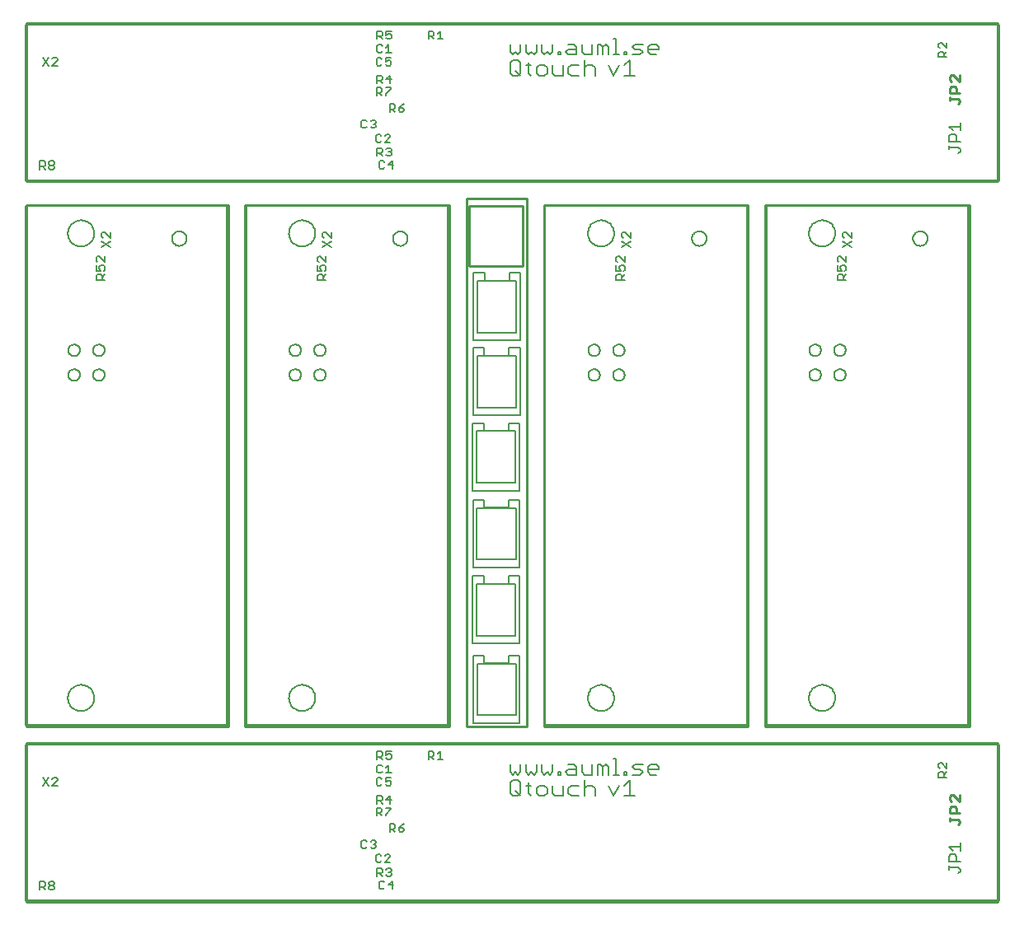
<source format=gto>
G75*
G70*
%OFA0B0*%
%FSLAX25Y25*%
%IPPOS*%
%LPD*%
%AMOC8*
5,1,8,0,0,1.08239X$1,22.5*
%
%ADD25C,0.01000*%
%ADD58C,0.00800*%
X0010000Y0012000D02*
G75*
%LPD*%
D58*
X0010000Y0012000D02*
X0403700Y0012000D01*
X0403700Y0074990D01*
X0010000Y0074990D01*
X0010000Y0012000D01*
D58*
X0205920Y0055380D02*
X0206990Y0054310D01*
X0209130Y0054310D01*
X0210200Y0055380D01*
X0210200Y0059650D01*
X0209130Y0060710D01*
X0206990Y0060710D01*
X0205920Y0059650D01*
X0205920Y0055380D01*
X0208060Y0056440D02*
X0210200Y0054310D01*
X0213440Y0055380D02*
X0214510Y0054310D01*
X0213440Y0055380D02*
X0213440Y0059650D01*
X0212370Y0058580D02*
X0214510Y0058580D01*
X0216670Y0057510D02*
X0217730Y0058580D01*
X0219870Y0058580D01*
X0220940Y0057510D01*
X0220940Y0055380D01*
X0219870Y0054310D01*
X0217730Y0054310D01*
X0216670Y0055380D01*
X0216670Y0057510D01*
X0223110Y0058580D02*
X0223110Y0055380D01*
X0224180Y0054310D01*
X0227380Y0054310D01*
X0227380Y0058580D01*
X0229560Y0057510D02*
X0230620Y0058580D01*
X0233830Y0058580D01*
X0236000Y0057510D02*
X0237070Y0058580D01*
X0239210Y0058580D01*
X0240270Y0057510D01*
X0240270Y0054310D01*
X0236000Y0054310D02*
X0236000Y0060710D01*
X0245730Y0058580D02*
X0247860Y0054310D01*
X0250000Y0058580D01*
X0252170Y0058580D02*
X0254310Y0060710D01*
X0254310Y0054310D01*
X0256440Y0054310D02*
X0252170Y0054310D01*
X0233830Y0054310D02*
X0230620Y0054310D01*
X0229560Y0055380D01*
X0229560Y0057510D01*
X0229550Y0062850D02*
X0228480Y0063920D01*
X0229550Y0064990D01*
X0232750Y0064990D01*
X0232750Y0066050D02*
X0232750Y0062850D01*
X0229550Y0062850D01*
X0226330Y0062850D02*
X0225260Y0062850D01*
X0225260Y0063920D01*
X0226330Y0063920D01*
X0226330Y0062850D01*
X0223090Y0063920D02*
X0223090Y0067120D01*
X0218820Y0067120D02*
X0218820Y0063920D01*
X0219880Y0062850D01*
X0220950Y0063920D01*
X0222020Y0062850D01*
X0223090Y0063920D01*
X0216640Y0063920D02*
X0216640Y0067120D01*
X0212370Y0067120D02*
X0212370Y0063920D01*
X0213440Y0062850D01*
X0214510Y0063920D01*
X0215570Y0062850D01*
X0216640Y0063920D01*
X0210200Y0063920D02*
X0209130Y0062850D01*
X0208060Y0063920D01*
X0206990Y0062850D01*
X0205920Y0063920D01*
X0205920Y0067120D01*
X0210200Y0067120D02*
X0210200Y0063920D01*
X0229550Y0067120D02*
X0231690Y0067120D01*
X0232750Y0066050D01*
X0234930Y0067120D02*
X0234930Y0063920D01*
X0236000Y0062850D01*
X0239200Y0062850D01*
X0239200Y0067120D01*
X0241370Y0067120D02*
X0242440Y0067120D01*
X0243510Y0066050D01*
X0244580Y0067120D01*
X0245640Y0066050D01*
X0245640Y0062850D01*
X0243510Y0062850D02*
X0243510Y0066050D01*
X0241370Y0067120D02*
X0241370Y0062850D01*
X0247820Y0062850D02*
X0249950Y0062850D01*
X0248890Y0062850D02*
X0248890Y0069260D01*
X0247820Y0069260D01*
X0255340Y0066050D02*
X0256410Y0067120D01*
X0259610Y0067120D01*
X0261780Y0066050D02*
X0262850Y0067120D01*
X0264990Y0067120D01*
X0266050Y0066050D01*
X0266050Y0064990D01*
X0261780Y0064990D01*
X0261780Y0066050D02*
X0261780Y0063920D01*
X0262850Y0062850D01*
X0264990Y0062850D01*
X0259610Y0063920D02*
X0258540Y0064990D01*
X0256410Y0064990D01*
X0255340Y0066050D01*
X0253180Y0063920D02*
X0253180Y0062850D01*
X0252120Y0062850D01*
X0252120Y0063920D01*
X0253180Y0063920D01*
X0255340Y0062850D02*
X0258540Y0062850D01*
X0259610Y0063920D01*
D58*
X0387920Y0035260D02*
X0387920Y0032250D01*
X0384920Y0032250D02*
X0383420Y0033750D01*
X0387920Y0033750D01*
X0385670Y0030650D02*
X0384170Y0030650D01*
X0383420Y0029900D01*
X0383420Y0027650D01*
X0387920Y0027650D01*
X0386420Y0027650D02*
X0386420Y0029900D01*
X0385670Y0030650D01*
X0383420Y0026050D02*
X0383420Y0024550D01*
X0383420Y0025300D02*
X0387170Y0025300D01*
X0387920Y0024550D01*
X0387920Y0023800D01*
X0387170Y0023050D01*
X0021810Y0019240D02*
X0021810Y0018660D01*
X0021230Y0018070D01*
X0020060Y0018070D01*
X0019480Y0018660D01*
X0019480Y0019240D01*
X0020060Y0019820D01*
X0021230Y0019820D01*
X0021810Y0019240D01*
X0018130Y0019240D02*
X0018130Y0018070D01*
X0017550Y0017490D01*
X0015800Y0017490D01*
X0016960Y0017490D02*
X0018130Y0016320D01*
X0019480Y0016910D02*
X0020060Y0016320D01*
X0021230Y0016320D01*
X0021810Y0016910D01*
X0021810Y0017490D01*
X0021230Y0018070D01*
X0020060Y0018070D02*
X0019480Y0017490D01*
X0019480Y0016910D01*
X0015800Y0016320D02*
X0015800Y0019820D01*
X0017550Y0019820D01*
X0018130Y0019240D01*
X0017050Y0058300D02*
X0019390Y0061800D01*
X0020740Y0061220D02*
X0021320Y0061800D01*
X0022490Y0061800D01*
X0023070Y0061220D01*
X0023070Y0060630D01*
X0020740Y0058300D01*
X0023070Y0058300D01*
X0019390Y0058300D02*
X0017050Y0061800D01*
D58*
X0151950Y0061110D02*
X0151950Y0058970D01*
X0152490Y0058440D01*
X0153560Y0058440D01*
X0154090Y0058970D01*
X0155640Y0058970D02*
X0156170Y0058440D01*
X0157240Y0058440D01*
X0157770Y0058970D01*
X0157770Y0060040D01*
X0157240Y0060580D01*
X0156700Y0060580D01*
X0155640Y0060040D01*
X0155640Y0061640D01*
X0157770Y0061640D01*
X0154090Y0061110D02*
X0153560Y0061640D01*
X0152490Y0061640D01*
X0151950Y0061110D01*
X0152680Y0063680D02*
X0153750Y0063680D01*
X0154290Y0064210D01*
X0155830Y0063680D02*
X0157970Y0063680D01*
X0156900Y0063680D02*
X0156900Y0066880D01*
X0155830Y0065810D01*
X0154290Y0066350D02*
X0153750Y0066880D01*
X0152680Y0066880D01*
X0152150Y0066350D01*
X0152150Y0064210D01*
X0152680Y0063680D01*
X0152150Y0069160D02*
X0152150Y0072370D01*
X0153750Y0072370D01*
X0154290Y0071830D01*
X0154290Y0070770D01*
X0153750Y0070230D01*
X0152150Y0070230D01*
X0153220Y0070230D02*
X0154290Y0069160D01*
X0155830Y0069700D02*
X0156370Y0069160D01*
X0157440Y0069160D01*
X0157970Y0069700D01*
X0157970Y0070770D01*
X0157440Y0071300D01*
X0156900Y0071300D01*
X0155830Y0070770D01*
X0155830Y0072370D01*
X0157970Y0072370D01*
X0172950Y0072370D02*
X0174550Y0072370D01*
X0175080Y0071840D01*
X0175080Y0070770D01*
X0174550Y0070240D01*
X0172950Y0070240D01*
X0174010Y0070240D02*
X0175080Y0069170D01*
X0176630Y0069170D02*
X0178760Y0069170D01*
X0177700Y0069170D02*
X0177700Y0072370D01*
X0176630Y0071310D01*
X0172950Y0072370D02*
X0172950Y0069170D01*
X0157470Y0054440D02*
X0155870Y0052840D01*
X0158010Y0052840D01*
X0154330Y0052840D02*
X0153790Y0052300D01*
X0152190Y0052300D01*
X0152190Y0051240D02*
X0152190Y0054440D01*
X0153790Y0054440D01*
X0154330Y0053900D01*
X0154330Y0052840D01*
X0153260Y0052300D02*
X0154330Y0051240D01*
X0157470Y0051240D02*
X0157470Y0054440D01*
X0157730Y0049540D02*
X0155600Y0049540D01*
X0154050Y0049010D02*
X0153520Y0049540D01*
X0151910Y0049540D01*
X0151910Y0046340D01*
X0151910Y0047410D02*
X0153520Y0047410D01*
X0154050Y0047940D01*
X0154050Y0049010D01*
X0155600Y0046870D02*
X0157730Y0049010D01*
X0157730Y0049540D01*
X0154050Y0046340D02*
X0152980Y0047410D01*
X0155600Y0046870D02*
X0155600Y0046340D01*
X0157250Y0042950D02*
X0158850Y0042950D01*
X0159380Y0042420D01*
X0159380Y0041350D01*
X0158850Y0040810D01*
X0157250Y0040810D01*
X0158310Y0040810D02*
X0159380Y0039750D01*
X0160930Y0040280D02*
X0161460Y0039750D01*
X0162530Y0039750D01*
X0163060Y0040280D01*
X0163060Y0040810D01*
X0162530Y0041350D01*
X0160930Y0041350D01*
X0160930Y0040280D01*
X0160930Y0041350D02*
X0162000Y0042420D01*
X0163060Y0042950D01*
X0157250Y0042950D02*
X0157250Y0039750D01*
X0151720Y0035850D02*
X0151180Y0036380D01*
X0150120Y0036380D01*
X0149580Y0035850D01*
X0150650Y0034780D02*
X0151180Y0034780D01*
X0151720Y0034250D01*
X0151720Y0033710D01*
X0151180Y0033180D01*
X0150120Y0033180D01*
X0149580Y0033710D01*
X0148030Y0033710D02*
X0147500Y0033180D01*
X0146430Y0033180D01*
X0145900Y0033710D01*
X0145900Y0035850D01*
X0146430Y0036380D01*
X0147500Y0036380D01*
X0148030Y0035850D01*
X0151180Y0034780D02*
X0151720Y0035320D01*
X0151720Y0035850D01*
X0152250Y0030670D02*
X0151720Y0030140D01*
X0151720Y0028010D01*
X0152250Y0027470D01*
X0153320Y0027470D01*
X0153850Y0028010D01*
X0155400Y0027470D02*
X0157540Y0029610D01*
X0157540Y0030140D01*
X0157000Y0030670D01*
X0155930Y0030670D01*
X0155400Y0030140D01*
X0153850Y0030140D02*
X0153320Y0030670D01*
X0152250Y0030670D01*
X0155400Y0027470D02*
X0157540Y0027470D01*
X0157400Y0025090D02*
X0157930Y0024560D01*
X0157930Y0024020D01*
X0157400Y0023490D01*
X0157930Y0022960D01*
X0157930Y0022420D01*
X0157400Y0021890D01*
X0156330Y0021890D01*
X0155790Y0022420D01*
X0156860Y0023490D02*
X0157400Y0023490D01*
X0156330Y0025090D02*
X0155790Y0024560D01*
X0156330Y0025090D02*
X0157400Y0025090D01*
X0154250Y0024560D02*
X0154250Y0023490D01*
X0153710Y0022960D01*
X0152110Y0022960D01*
X0153180Y0022960D02*
X0154250Y0021890D01*
X0152110Y0021890D02*
X0152110Y0025090D01*
X0153710Y0025090D01*
X0154250Y0024560D01*
X0154580Y0019880D02*
X0153510Y0019880D01*
X0152980Y0019350D01*
X0152980Y0017210D01*
X0153510Y0016680D01*
X0154580Y0016680D01*
X0155110Y0017210D01*
X0156660Y0018280D02*
X0158800Y0018280D01*
X0158260Y0019880D02*
X0156660Y0018280D01*
X0155110Y0019350D02*
X0154580Y0019880D01*
X0158260Y0019880D02*
X0158260Y0016680D01*
X0379200Y0061840D02*
X0379200Y0063440D01*
X0379730Y0063980D01*
X0380800Y0063980D01*
X0381330Y0063440D01*
X0381330Y0061840D01*
X0382400Y0061840D02*
X0379200Y0061840D01*
X0381330Y0062910D02*
X0382400Y0063980D01*
X0382400Y0065520D02*
X0380260Y0067660D01*
X0379730Y0067660D01*
X0379200Y0067130D01*
X0379200Y0066060D01*
X0379730Y0065520D01*
X0382400Y0065520D02*
X0382400Y0067660D01*
D25*
X0384460Y0054720D02*
X0383790Y0054060D01*
X0383790Y0052720D01*
X0384460Y0052050D01*
X0385130Y0054720D02*
X0387800Y0052050D01*
X0387800Y0054720D01*
X0385130Y0054720D02*
X0384460Y0054720D01*
X0384460Y0050120D02*
X0385800Y0050120D01*
X0386460Y0049450D01*
X0386460Y0047450D01*
X0387800Y0047450D02*
X0383790Y0047450D01*
X0383790Y0049450D01*
X0384460Y0050120D01*
X0383790Y0045520D02*
X0383790Y0044180D01*
X0383790Y0044850D02*
X0387130Y0044850D01*
X0387800Y0044180D01*
X0387800Y0043510D01*
X0387130Y0042850D01*
D25*
X0010500Y0011500D02*
X0010500Y0075600D01*
X0010500Y0075600D02*
X0403200Y0075600D01*
X0403200Y0011500D01*
X0403200Y0011500D02*
X0010500Y0011500D01*
X0010000Y0082970D02*
G75*
%LPD*%
D58*
X0091500Y0082970D02*
X0010000Y0082970D01*
X0010000Y0292970D01*
X0091500Y0292970D01*
X0091500Y0082970D01*
X0039700Y0222310D02*
X0039400Y0222330D01*
X0039100Y0222390D01*
X0038810Y0222480D01*
X0038540Y0222610D01*
X0038290Y0222780D01*
X0038060Y0222970D01*
X0037850Y0223200D01*
X0037680Y0223450D01*
X0037540Y0223710D01*
X0037440Y0224000D01*
X0037370Y0224290D01*
X0037340Y0224590D01*
X0037350Y0224900D01*
X0037400Y0225200D01*
X0037490Y0225490D01*
X0037610Y0225760D01*
X0037760Y0226020D01*
X0037950Y0226260D01*
X0038170Y0226470D01*
X0038410Y0226650D01*
X0038680Y0226800D01*
X0038960Y0226910D01*
X0039250Y0226990D01*
X0039550Y0227030D01*
X0039850Y0227030D01*
X0040150Y0226990D01*
X0040440Y0226910D01*
X0040720Y0226800D01*
X0040990Y0226650D01*
X0041230Y0226470D01*
X0041450Y0226260D01*
X0041640Y0226020D01*
X0041790Y0225760D01*
X0041910Y0225490D01*
X0042000Y0225200D01*
X0042050Y0224900D01*
X0042060Y0224590D01*
X0042030Y0224290D01*
X0041960Y0224000D01*
X0041860Y0223710D01*
X0041720Y0223450D01*
X0041550Y0223200D01*
X0041340Y0222970D01*
X0041110Y0222780D01*
X0040860Y0222610D01*
X0040590Y0222480D01*
X0040300Y0222390D01*
X0040000Y0222330D01*
X0039700Y0222310D01*
X0039700Y0232310D02*
X0039400Y0232330D01*
X0039100Y0232390D01*
X0038810Y0232480D01*
X0038540Y0232610D01*
X0038290Y0232780D01*
X0038060Y0232970D01*
X0037850Y0233200D01*
X0037680Y0233450D01*
X0037540Y0233710D01*
X0037440Y0234000D01*
X0037370Y0234290D01*
X0037340Y0234590D01*
X0037350Y0234900D01*
X0037400Y0235200D01*
X0037490Y0235490D01*
X0037610Y0235760D01*
X0037760Y0236020D01*
X0037950Y0236260D01*
X0038170Y0236470D01*
X0038410Y0236650D01*
X0038680Y0236800D01*
X0038960Y0236910D01*
X0039250Y0236990D01*
X0039550Y0237030D01*
X0039850Y0237030D01*
X0040150Y0236990D01*
X0040440Y0236910D01*
X0040720Y0236800D01*
X0040990Y0236650D01*
X0041230Y0236470D01*
X0041450Y0236260D01*
X0041640Y0236020D01*
X0041790Y0235760D01*
X0041910Y0235490D01*
X0042000Y0235200D01*
X0042050Y0234900D01*
X0042060Y0234590D01*
X0042030Y0234290D01*
X0041960Y0234000D01*
X0041860Y0233710D01*
X0041720Y0233450D01*
X0041550Y0233200D01*
X0041340Y0232970D01*
X0041110Y0232780D01*
X0040860Y0232610D01*
X0040590Y0232480D01*
X0040300Y0232390D01*
X0040000Y0232330D01*
X0039700Y0232310D01*
X0029700Y0232310D02*
X0029400Y0232330D01*
X0029100Y0232390D01*
X0028810Y0232480D01*
X0028540Y0232610D01*
X0028290Y0232780D01*
X0028060Y0232970D01*
X0027850Y0233200D01*
X0027680Y0233450D01*
X0027540Y0233710D01*
X0027440Y0234000D01*
X0027370Y0234290D01*
X0027340Y0234590D01*
X0027350Y0234900D01*
X0027400Y0235200D01*
X0027490Y0235490D01*
X0027610Y0235760D01*
X0027760Y0236020D01*
X0027950Y0236260D01*
X0028170Y0236470D01*
X0028410Y0236650D01*
X0028680Y0236800D01*
X0028960Y0236910D01*
X0029250Y0236990D01*
X0029550Y0237030D01*
X0029850Y0237030D01*
X0030150Y0236990D01*
X0030440Y0236910D01*
X0030720Y0236800D01*
X0030990Y0236650D01*
X0031230Y0236470D01*
X0031450Y0236260D01*
X0031640Y0236020D01*
X0031790Y0235760D01*
X0031910Y0235490D01*
X0032000Y0235200D01*
X0032050Y0234900D01*
X0032060Y0234590D01*
X0032030Y0234290D01*
X0031960Y0234000D01*
X0031860Y0233710D01*
X0031720Y0233450D01*
X0031550Y0233200D01*
X0031340Y0232970D01*
X0031110Y0232780D01*
X0030860Y0232610D01*
X0030590Y0232480D01*
X0030300Y0232390D01*
X0030000Y0232330D01*
X0029700Y0232310D01*
X0029700Y0222310D02*
X0029400Y0222330D01*
X0029100Y0222390D01*
X0028810Y0222480D01*
X0028540Y0222610D01*
X0028290Y0222780D01*
X0028060Y0222970D01*
X0027850Y0223200D01*
X0027680Y0223450D01*
X0027540Y0223710D01*
X0027440Y0224000D01*
X0027370Y0224290D01*
X0027340Y0224590D01*
X0027350Y0224900D01*
X0027400Y0225200D01*
X0027490Y0225490D01*
X0027610Y0225760D01*
X0027760Y0226020D01*
X0027950Y0226260D01*
X0028170Y0226470D01*
X0028410Y0226650D01*
X0028680Y0226800D01*
X0028960Y0226910D01*
X0029250Y0226990D01*
X0029550Y0227030D01*
X0029850Y0227030D01*
X0030150Y0226990D01*
X0030440Y0226910D01*
X0030720Y0226800D01*
X0030990Y0226650D01*
X0031230Y0226470D01*
X0031450Y0226260D01*
X0031640Y0226020D01*
X0031790Y0225760D01*
X0031910Y0225490D01*
X0032000Y0225200D01*
X0032050Y0224900D01*
X0032060Y0224590D01*
X0032030Y0224290D01*
X0031960Y0224000D01*
X0031860Y0223710D01*
X0031720Y0223450D01*
X0031550Y0223200D01*
X0031340Y0222970D01*
X0031110Y0222780D01*
X0030860Y0222610D01*
X0030590Y0222480D01*
X0030300Y0222390D01*
X0030000Y0222330D01*
X0029700Y0222310D01*
X0032500Y0276660D02*
X0032040Y0276680D01*
X0031590Y0276740D01*
X0031140Y0276840D01*
X0030710Y0276970D01*
X0030280Y0277140D01*
X0029880Y0277350D01*
X0029490Y0277590D01*
X0029130Y0277870D01*
X0028790Y0278180D01*
X0028470Y0278510D01*
X0028190Y0278870D01*
X0027940Y0279250D01*
X0027720Y0279650D01*
X0027540Y0280070D01*
X0027400Y0280500D01*
X0027290Y0280950D01*
X0027220Y0281400D01*
X0027190Y0281860D01*
X0027200Y0282310D01*
X0027250Y0282770D01*
X0027340Y0283220D01*
X0027460Y0283650D01*
X0027630Y0284080D01*
X0027830Y0284490D01*
X0028060Y0284880D01*
X0028330Y0285260D01*
X0028630Y0285600D01*
X0028950Y0285920D01*
X0029310Y0286210D01*
X0029680Y0286470D01*
X0030080Y0286700D01*
X0030490Y0286890D01*
X0030920Y0287040D01*
X0031370Y0287160D01*
X0031820Y0287240D01*
X0032270Y0287280D01*
X0032730Y0287280D01*
X0033180Y0287240D01*
X0033630Y0287160D01*
X0034080Y0287040D01*
X0034510Y0286890D01*
X0034920Y0286700D01*
X0035320Y0286470D01*
X0035690Y0286210D01*
X0036050Y0285920D01*
X0036370Y0285600D01*
X0036670Y0285260D01*
X0036940Y0284880D01*
X0037170Y0284490D01*
X0037370Y0284080D01*
X0037540Y0283650D01*
X0037660Y0283220D01*
X0037750Y0282770D01*
X0037800Y0282310D01*
X0037810Y0281860D01*
X0037780Y0281400D01*
X0037710Y0280950D01*
X0037600Y0280500D01*
X0037460Y0280070D01*
X0037280Y0279650D01*
X0037060Y0279250D01*
X0036810Y0278870D01*
X0036530Y0278510D01*
X0036210Y0278180D01*
X0035870Y0277870D01*
X0035510Y0277590D01*
X0035120Y0277350D01*
X0034720Y0277140D01*
X0034290Y0276970D01*
X0033860Y0276840D01*
X0033410Y0276740D01*
X0032960Y0276680D01*
X0032500Y0276660D01*
X0072200Y0276910D02*
X0071860Y0276930D01*
X0071520Y0276990D01*
X0071190Y0277090D01*
X0070880Y0277220D01*
X0070580Y0277400D01*
X0070300Y0277600D01*
X0070050Y0277840D01*
X0069830Y0278100D01*
X0069650Y0278380D01*
X0069490Y0278690D01*
X0069370Y0279010D01*
X0069290Y0279350D01*
X0069250Y0279690D01*
X0069250Y0280030D01*
X0069290Y0280370D01*
X0069370Y0280710D01*
X0069490Y0281030D01*
X0069650Y0281330D01*
X0069830Y0281620D01*
X0070050Y0281880D01*
X0070300Y0282120D01*
X0070580Y0282320D01*
X0070880Y0282500D01*
X0071190Y0282630D01*
X0071520Y0282730D01*
X0071860Y0282790D01*
X0072200Y0282810D01*
X0072540Y0282790D01*
X0072880Y0282730D01*
X0073210Y0282630D01*
X0073520Y0282500D01*
X0073820Y0282320D01*
X0074100Y0282120D01*
X0074350Y0281880D01*
X0074570Y0281620D01*
X0074750Y0281340D01*
X0074910Y0281030D01*
X0075030Y0280710D01*
X0075110Y0280370D01*
X0075150Y0280030D01*
X0075150Y0279690D01*
X0075110Y0279350D01*
X0075030Y0279010D01*
X0074910Y0278690D01*
X0074750Y0278380D01*
X0074570Y0278100D01*
X0074350Y0277840D01*
X0074100Y0277600D01*
X0073820Y0277400D01*
X0073520Y0277220D01*
X0073210Y0277090D01*
X0072880Y0276990D01*
X0072540Y0276930D01*
X0072200Y0276910D01*
X0032500Y0088660D02*
X0032040Y0088680D01*
X0031590Y0088740D01*
X0031140Y0088840D01*
X0030710Y0088970D01*
X0030280Y0089140D01*
X0029880Y0089350D01*
X0029490Y0089590D01*
X0029130Y0089870D01*
X0028790Y0090180D01*
X0028470Y0090510D01*
X0028190Y0090870D01*
X0027940Y0091250D01*
X0027720Y0091650D01*
X0027540Y0092070D01*
X0027400Y0092500D01*
X0027290Y0092950D01*
X0027220Y0093400D01*
X0027190Y0093860D01*
X0027200Y0094310D01*
X0027250Y0094770D01*
X0027340Y0095220D01*
X0027460Y0095650D01*
X0027630Y0096080D01*
X0027830Y0096490D01*
X0028060Y0096880D01*
X0028330Y0097260D01*
X0028630Y0097600D01*
X0028950Y0097920D01*
X0029310Y0098210D01*
X0029680Y0098470D01*
X0030080Y0098700D01*
X0030490Y0098890D01*
X0030920Y0099040D01*
X0031370Y0099160D01*
X0031820Y0099240D01*
X0032270Y0099280D01*
X0032730Y0099280D01*
X0033180Y0099240D01*
X0033630Y0099160D01*
X0034080Y0099040D01*
X0034510Y0098890D01*
X0034920Y0098700D01*
X0035320Y0098470D01*
X0035690Y0098210D01*
X0036050Y0097920D01*
X0036370Y0097600D01*
X0036670Y0097260D01*
X0036940Y0096880D01*
X0037170Y0096490D01*
X0037370Y0096080D01*
X0037540Y0095650D01*
X0037660Y0095220D01*
X0037750Y0094770D01*
X0037800Y0094310D01*
X0037810Y0093860D01*
X0037780Y0093400D01*
X0037710Y0092950D01*
X0037600Y0092500D01*
X0037460Y0092070D01*
X0037280Y0091650D01*
X0037060Y0091250D01*
X0036810Y0090870D01*
X0036530Y0090510D01*
X0036210Y0090180D01*
X0035870Y0089870D01*
X0035510Y0089590D01*
X0035120Y0089350D01*
X0034720Y0089140D01*
X0034290Y0088970D01*
X0033860Y0088840D01*
X0033410Y0088740D01*
X0032960Y0088680D01*
X0032500Y0088660D01*
D58*
X0038650Y0262920D02*
X0042150Y0262920D01*
X0040990Y0262920D02*
X0040990Y0264670D01*
X0040400Y0265260D01*
X0039230Y0265260D01*
X0038650Y0264670D01*
X0038650Y0262920D01*
X0038650Y0266610D02*
X0040400Y0266610D01*
X0039820Y0267770D01*
X0039820Y0268360D01*
X0040400Y0268940D01*
X0041570Y0268940D01*
X0042150Y0268360D01*
X0042150Y0267190D01*
X0041570Y0266610D01*
X0042150Y0265260D02*
X0040990Y0264090D01*
X0042150Y0270290D02*
X0039820Y0272620D01*
X0039230Y0272620D01*
X0038650Y0272040D01*
X0038650Y0270870D01*
X0039230Y0270290D01*
X0038650Y0268940D02*
X0038650Y0266610D01*
X0040850Y0276520D02*
X0044350Y0278860D01*
X0044350Y0280210D02*
X0042020Y0282540D01*
X0041430Y0282540D01*
X0040850Y0281960D01*
X0040850Y0280790D01*
X0041430Y0280210D01*
X0040850Y0278860D02*
X0044350Y0276520D01*
X0044350Y0280210D02*
X0044350Y0282540D01*
X0042150Y0272620D02*
X0042150Y0270290D01*
D25*
X0010500Y0082470D02*
X0010500Y0293470D01*
X0010500Y0293470D02*
X0092000Y0293470D01*
X0092000Y0082470D01*
X0010500Y0082470D01*
X0099370Y0082970D02*
G75*
%LPD*%
D58*
X0180870Y0082970D02*
X0099370Y0082970D01*
X0099370Y0292970D01*
X0180870Y0292970D01*
X0180870Y0082970D01*
X0129070Y0222310D02*
X0128770Y0222330D01*
X0128470Y0222390D01*
X0128180Y0222480D01*
X0127910Y0222610D01*
X0127660Y0222780D01*
X0127430Y0222970D01*
X0127220Y0223200D01*
X0127050Y0223450D01*
X0126910Y0223710D01*
X0126810Y0224000D01*
X0126740Y0224290D01*
X0126710Y0224590D01*
X0126720Y0224900D01*
X0126770Y0225200D01*
X0126860Y0225490D01*
X0126980Y0225760D01*
X0127130Y0226020D01*
X0127320Y0226260D01*
X0127540Y0226470D01*
X0127780Y0226650D01*
X0128050Y0226800D01*
X0128330Y0226910D01*
X0128620Y0226990D01*
X0128920Y0227030D01*
X0129220Y0227030D01*
X0129520Y0226990D01*
X0129810Y0226910D01*
X0130090Y0226800D01*
X0130360Y0226650D01*
X0130600Y0226470D01*
X0130820Y0226260D01*
X0131010Y0226020D01*
X0131160Y0225760D01*
X0131280Y0225490D01*
X0131370Y0225200D01*
X0131420Y0224900D01*
X0131430Y0224590D01*
X0131400Y0224290D01*
X0131330Y0224000D01*
X0131230Y0223710D01*
X0131090Y0223450D01*
X0130920Y0223200D01*
X0130710Y0222970D01*
X0130480Y0222780D01*
X0130230Y0222610D01*
X0129960Y0222480D01*
X0129670Y0222390D01*
X0129370Y0222330D01*
X0129070Y0222310D01*
X0129070Y0232310D02*
X0128770Y0232330D01*
X0128470Y0232390D01*
X0128180Y0232480D01*
X0127910Y0232610D01*
X0127660Y0232780D01*
X0127430Y0232970D01*
X0127220Y0233200D01*
X0127050Y0233450D01*
X0126910Y0233710D01*
X0126810Y0234000D01*
X0126740Y0234290D01*
X0126710Y0234590D01*
X0126720Y0234900D01*
X0126770Y0235200D01*
X0126860Y0235490D01*
X0126980Y0235760D01*
X0127130Y0236020D01*
X0127320Y0236260D01*
X0127540Y0236470D01*
X0127780Y0236650D01*
X0128050Y0236800D01*
X0128330Y0236910D01*
X0128620Y0236990D01*
X0128920Y0237030D01*
X0129220Y0237030D01*
X0129520Y0236990D01*
X0129810Y0236910D01*
X0130090Y0236800D01*
X0130360Y0236650D01*
X0130600Y0236470D01*
X0130820Y0236260D01*
X0131010Y0236020D01*
X0131160Y0235760D01*
X0131280Y0235490D01*
X0131370Y0235200D01*
X0131420Y0234900D01*
X0131430Y0234590D01*
X0131400Y0234290D01*
X0131330Y0234000D01*
X0131230Y0233710D01*
X0131090Y0233450D01*
X0130920Y0233200D01*
X0130710Y0232970D01*
X0130480Y0232780D01*
X0130230Y0232610D01*
X0129960Y0232480D01*
X0129670Y0232390D01*
X0129370Y0232330D01*
X0129070Y0232310D01*
X0119070Y0232310D02*
X0118770Y0232330D01*
X0118470Y0232390D01*
X0118180Y0232480D01*
X0117910Y0232610D01*
X0117660Y0232780D01*
X0117430Y0232970D01*
X0117220Y0233200D01*
X0117050Y0233450D01*
X0116910Y0233710D01*
X0116810Y0234000D01*
X0116740Y0234290D01*
X0116710Y0234590D01*
X0116720Y0234900D01*
X0116770Y0235200D01*
X0116860Y0235490D01*
X0116980Y0235760D01*
X0117130Y0236020D01*
X0117320Y0236260D01*
X0117540Y0236470D01*
X0117780Y0236650D01*
X0118050Y0236800D01*
X0118330Y0236910D01*
X0118620Y0236990D01*
X0118920Y0237030D01*
X0119220Y0237030D01*
X0119520Y0236990D01*
X0119810Y0236910D01*
X0120090Y0236800D01*
X0120360Y0236650D01*
X0120600Y0236470D01*
X0120820Y0236260D01*
X0121010Y0236020D01*
X0121160Y0235760D01*
X0121280Y0235490D01*
X0121370Y0235200D01*
X0121420Y0234900D01*
X0121430Y0234590D01*
X0121400Y0234290D01*
X0121330Y0234000D01*
X0121230Y0233710D01*
X0121090Y0233450D01*
X0120920Y0233200D01*
X0120710Y0232970D01*
X0120480Y0232780D01*
X0120230Y0232610D01*
X0119960Y0232480D01*
X0119670Y0232390D01*
X0119370Y0232330D01*
X0119070Y0232310D01*
X0119070Y0222310D02*
X0118770Y0222330D01*
X0118470Y0222390D01*
X0118180Y0222480D01*
X0117910Y0222610D01*
X0117660Y0222780D01*
X0117430Y0222970D01*
X0117220Y0223200D01*
X0117050Y0223450D01*
X0116910Y0223710D01*
X0116810Y0224000D01*
X0116740Y0224290D01*
X0116710Y0224590D01*
X0116720Y0224900D01*
X0116770Y0225200D01*
X0116860Y0225490D01*
X0116980Y0225760D01*
X0117130Y0226020D01*
X0117320Y0226260D01*
X0117540Y0226470D01*
X0117780Y0226650D01*
X0118050Y0226800D01*
X0118330Y0226910D01*
X0118620Y0226990D01*
X0118920Y0227030D01*
X0119220Y0227030D01*
X0119520Y0226990D01*
X0119810Y0226910D01*
X0120090Y0226800D01*
X0120360Y0226650D01*
X0120600Y0226470D01*
X0120820Y0226260D01*
X0121010Y0226020D01*
X0121160Y0225760D01*
X0121280Y0225490D01*
X0121370Y0225200D01*
X0121420Y0224900D01*
X0121430Y0224590D01*
X0121400Y0224290D01*
X0121330Y0224000D01*
X0121230Y0223710D01*
X0121090Y0223450D01*
X0120920Y0223200D01*
X0120710Y0222970D01*
X0120480Y0222780D01*
X0120230Y0222610D01*
X0119960Y0222480D01*
X0119670Y0222390D01*
X0119370Y0222330D01*
X0119070Y0222310D01*
X0121870Y0276660D02*
X0121410Y0276680D01*
X0120960Y0276740D01*
X0120510Y0276840D01*
X0120080Y0276970D01*
X0119650Y0277140D01*
X0119250Y0277350D01*
X0118860Y0277590D01*
X0118500Y0277870D01*
X0118160Y0278180D01*
X0117840Y0278510D01*
X0117560Y0278870D01*
X0117310Y0279250D01*
X0117090Y0279650D01*
X0116910Y0280070D01*
X0116770Y0280500D01*
X0116660Y0280950D01*
X0116590Y0281400D01*
X0116560Y0281860D01*
X0116570Y0282310D01*
X0116620Y0282770D01*
X0116710Y0283220D01*
X0116830Y0283650D01*
X0117000Y0284080D01*
X0117200Y0284490D01*
X0117430Y0284880D01*
X0117700Y0285260D01*
X0118000Y0285600D01*
X0118320Y0285920D01*
X0118680Y0286210D01*
X0119050Y0286470D01*
X0119450Y0286700D01*
X0119860Y0286890D01*
X0120290Y0287040D01*
X0120740Y0287160D01*
X0121190Y0287240D01*
X0121640Y0287280D01*
X0122100Y0287280D01*
X0122550Y0287240D01*
X0123000Y0287160D01*
X0123450Y0287040D01*
X0123880Y0286890D01*
X0124290Y0286700D01*
X0124690Y0286470D01*
X0125060Y0286210D01*
X0125420Y0285920D01*
X0125740Y0285600D01*
X0126040Y0285260D01*
X0126310Y0284880D01*
X0126540Y0284490D01*
X0126740Y0284080D01*
X0126910Y0283650D01*
X0127030Y0283220D01*
X0127120Y0282770D01*
X0127170Y0282310D01*
X0127180Y0281860D01*
X0127150Y0281400D01*
X0127080Y0280950D01*
X0126970Y0280500D01*
X0126830Y0280070D01*
X0126650Y0279650D01*
X0126430Y0279250D01*
X0126180Y0278870D01*
X0125900Y0278510D01*
X0125580Y0278180D01*
X0125240Y0277870D01*
X0124880Y0277590D01*
X0124490Y0277350D01*
X0124090Y0277140D01*
X0123660Y0276970D01*
X0123230Y0276840D01*
X0122780Y0276740D01*
X0122330Y0276680D01*
X0121870Y0276660D01*
X0161570Y0276910D02*
X0161230Y0276930D01*
X0160890Y0276990D01*
X0160560Y0277090D01*
X0160250Y0277220D01*
X0159950Y0277400D01*
X0159670Y0277600D01*
X0159420Y0277840D01*
X0159200Y0278100D01*
X0159020Y0278380D01*
X0158860Y0278690D01*
X0158740Y0279010D01*
X0158660Y0279350D01*
X0158620Y0279690D01*
X0158620Y0280030D01*
X0158660Y0280370D01*
X0158740Y0280710D01*
X0158860Y0281030D01*
X0159020Y0281330D01*
X0159200Y0281620D01*
X0159420Y0281880D01*
X0159670Y0282120D01*
X0159950Y0282320D01*
X0160250Y0282500D01*
X0160560Y0282630D01*
X0160890Y0282730D01*
X0161230Y0282790D01*
X0161570Y0282810D01*
X0161910Y0282790D01*
X0162250Y0282730D01*
X0162580Y0282630D01*
X0162890Y0282500D01*
X0163190Y0282320D01*
X0163470Y0282120D01*
X0163720Y0281880D01*
X0163940Y0281620D01*
X0164120Y0281340D01*
X0164280Y0281030D01*
X0164400Y0280710D01*
X0164480Y0280370D01*
X0164520Y0280030D01*
X0164520Y0279690D01*
X0164480Y0279350D01*
X0164400Y0279010D01*
X0164280Y0278690D01*
X0164120Y0278380D01*
X0163940Y0278100D01*
X0163720Y0277840D01*
X0163470Y0277600D01*
X0163190Y0277400D01*
X0162890Y0277220D01*
X0162580Y0277090D01*
X0162250Y0276990D01*
X0161910Y0276930D01*
X0161570Y0276910D01*
X0121870Y0088660D02*
X0121410Y0088680D01*
X0120960Y0088740D01*
X0120510Y0088840D01*
X0120080Y0088970D01*
X0119650Y0089140D01*
X0119250Y0089350D01*
X0118860Y0089590D01*
X0118500Y0089870D01*
X0118160Y0090180D01*
X0117840Y0090510D01*
X0117560Y0090870D01*
X0117310Y0091250D01*
X0117090Y0091650D01*
X0116910Y0092070D01*
X0116770Y0092500D01*
X0116660Y0092950D01*
X0116590Y0093400D01*
X0116560Y0093860D01*
X0116570Y0094310D01*
X0116620Y0094770D01*
X0116710Y0095220D01*
X0116830Y0095650D01*
X0117000Y0096080D01*
X0117200Y0096490D01*
X0117430Y0096880D01*
X0117700Y0097260D01*
X0118000Y0097600D01*
X0118320Y0097920D01*
X0118680Y0098210D01*
X0119050Y0098470D01*
X0119450Y0098700D01*
X0119860Y0098890D01*
X0120290Y0099040D01*
X0120740Y0099160D01*
X0121190Y0099240D01*
X0121640Y0099280D01*
X0122100Y0099280D01*
X0122550Y0099240D01*
X0123000Y0099160D01*
X0123450Y0099040D01*
X0123880Y0098890D01*
X0124290Y0098700D01*
X0124690Y0098470D01*
X0125060Y0098210D01*
X0125420Y0097920D01*
X0125740Y0097600D01*
X0126040Y0097260D01*
X0126310Y0096880D01*
X0126540Y0096490D01*
X0126740Y0096080D01*
X0126910Y0095650D01*
X0127030Y0095220D01*
X0127120Y0094770D01*
X0127170Y0094310D01*
X0127180Y0093860D01*
X0127150Y0093400D01*
X0127080Y0092950D01*
X0126970Y0092500D01*
X0126830Y0092070D01*
X0126650Y0091650D01*
X0126430Y0091250D01*
X0126180Y0090870D01*
X0125900Y0090510D01*
X0125580Y0090180D01*
X0125240Y0089870D01*
X0124880Y0089590D01*
X0124490Y0089350D01*
X0124090Y0089140D01*
X0123660Y0088970D01*
X0123230Y0088840D01*
X0122780Y0088740D01*
X0122330Y0088680D01*
X0121870Y0088660D01*
D58*
X0128020Y0262920D02*
X0131520Y0262920D01*
X0130360Y0262920D02*
X0130360Y0264670D01*
X0129770Y0265260D01*
X0128600Y0265260D01*
X0128020Y0264670D01*
X0128020Y0262920D01*
X0128020Y0266610D02*
X0129770Y0266610D01*
X0129190Y0267770D01*
X0129190Y0268360D01*
X0129770Y0268940D01*
X0130940Y0268940D01*
X0131520Y0268360D01*
X0131520Y0267190D01*
X0130940Y0266610D01*
X0131520Y0265260D02*
X0130360Y0264090D01*
X0131520Y0270290D02*
X0129190Y0272620D01*
X0128600Y0272620D01*
X0128020Y0272040D01*
X0128020Y0270870D01*
X0128600Y0270290D01*
X0128020Y0268940D02*
X0128020Y0266610D01*
X0130220Y0276520D02*
X0133720Y0278860D01*
X0133720Y0280210D02*
X0131390Y0282540D01*
X0130800Y0282540D01*
X0130220Y0281960D01*
X0130220Y0280790D01*
X0130800Y0280210D01*
X0130220Y0278860D02*
X0133720Y0276520D01*
X0133720Y0280210D02*
X0133720Y0282540D01*
X0131520Y0272620D02*
X0131520Y0270290D01*
D25*
X0098870Y0082470D02*
X0098870Y0293470D01*
X0181370Y0293470D01*
X0181370Y0082470D01*
X0098870Y0082470D01*
X0188740Y0082970D02*
G75*
%LPD*%
D58*
X0191000Y0083820D02*
X0191000Y0111060D01*
X0195450Y0111060D01*
X0195450Y0107940D01*
X0195530Y0107940D02*
X0205450Y0107940D01*
X0205450Y0111060D01*
X0209900Y0111060D01*
X0209900Y0083820D01*
X0191000Y0083820D01*
X0192570Y0086970D02*
X0192570Y0107910D01*
X0208320Y0107910D01*
X0208320Y0086970D01*
X0192570Y0086970D01*
X0190900Y0116100D02*
X0190900Y0143350D01*
X0195350Y0143350D01*
X0195350Y0140220D01*
X0195430Y0140220D02*
X0205350Y0140220D01*
X0205350Y0143350D01*
X0209800Y0143350D01*
X0209800Y0116100D01*
X0190900Y0116100D01*
X0192470Y0119250D02*
X0192470Y0140200D01*
X0208220Y0140200D01*
X0208220Y0119250D01*
X0192470Y0119250D01*
X0190970Y0146810D02*
X0190970Y0174050D01*
X0195420Y0174050D01*
X0195420Y0170930D01*
X0195500Y0170930D02*
X0205420Y0170930D01*
X0205420Y0174050D01*
X0209870Y0174050D01*
X0209870Y0146810D01*
X0190970Y0146810D01*
X0192550Y0149960D02*
X0192550Y0170910D01*
X0208290Y0170910D01*
X0208290Y0149960D01*
X0192550Y0149960D01*
X0190870Y0177910D02*
X0190870Y0205160D01*
X0195320Y0205160D01*
X0195320Y0202040D01*
X0195400Y0202040D02*
X0205320Y0202040D01*
X0205320Y0205160D01*
X0209770Y0205160D01*
X0209770Y0177910D01*
X0190870Y0177910D01*
X0192450Y0181060D02*
X0192450Y0202010D01*
X0208190Y0202010D01*
X0208190Y0181060D01*
X0192450Y0181060D01*
X0191040Y0208400D02*
X0191040Y0235650D01*
X0195490Y0235650D01*
X0195490Y0232520D01*
X0195560Y0232520D02*
X0205490Y0232520D01*
X0205490Y0235650D01*
X0209940Y0235650D01*
X0209940Y0208400D01*
X0191040Y0208400D01*
X0192610Y0211550D02*
X0192610Y0232500D01*
X0208360Y0232500D01*
X0208360Y0211550D01*
X0192610Y0211550D01*
X0191130Y0238680D02*
X0191130Y0265930D01*
X0195580Y0265930D01*
X0195580Y0262810D01*
X0195660Y0262810D02*
X0205580Y0262810D01*
X0205580Y0265930D01*
X0210030Y0265930D01*
X0210030Y0238680D01*
X0191130Y0238680D01*
X0192700Y0241830D02*
X0192700Y0262780D01*
X0208450Y0262780D01*
X0208450Y0241830D01*
X0192700Y0241830D01*
D25*
X0189330Y0268790D02*
X0189330Y0293200D01*
X0211220Y0293200D01*
X0211220Y0268790D01*
X0189330Y0268790D01*
D25*
X0188240Y0082470D02*
X0188240Y0296070D01*
X0212860Y0296070D01*
X0212860Y0082470D01*
X0188240Y0082470D01*
X0220230Y0082970D02*
G75*
%LPD*%
D58*
X0301730Y0082970D02*
X0220230Y0082970D01*
X0220230Y0292970D01*
X0301730Y0292970D01*
X0301730Y0082970D01*
X0249930Y0222310D02*
X0249630Y0222330D01*
X0249330Y0222390D01*
X0249040Y0222480D01*
X0248770Y0222610D01*
X0248520Y0222780D01*
X0248290Y0222970D01*
X0248080Y0223200D01*
X0247910Y0223450D01*
X0247770Y0223710D01*
X0247670Y0224000D01*
X0247600Y0224290D01*
X0247570Y0224590D01*
X0247580Y0224900D01*
X0247630Y0225200D01*
X0247720Y0225490D01*
X0247840Y0225760D01*
X0247990Y0226020D01*
X0248180Y0226260D01*
X0248400Y0226470D01*
X0248640Y0226650D01*
X0248910Y0226800D01*
X0249190Y0226910D01*
X0249480Y0226990D01*
X0249780Y0227030D01*
X0250080Y0227030D01*
X0250380Y0226990D01*
X0250670Y0226910D01*
X0250950Y0226800D01*
X0251220Y0226650D01*
X0251460Y0226470D01*
X0251680Y0226260D01*
X0251870Y0226020D01*
X0252020Y0225760D01*
X0252140Y0225490D01*
X0252230Y0225200D01*
X0252280Y0224900D01*
X0252290Y0224590D01*
X0252260Y0224290D01*
X0252190Y0224000D01*
X0252090Y0223710D01*
X0251950Y0223450D01*
X0251780Y0223200D01*
X0251570Y0222970D01*
X0251340Y0222780D01*
X0251090Y0222610D01*
X0250820Y0222480D01*
X0250530Y0222390D01*
X0250230Y0222330D01*
X0249930Y0222310D01*
X0249930Y0232310D02*
X0249630Y0232330D01*
X0249330Y0232390D01*
X0249040Y0232480D01*
X0248770Y0232610D01*
X0248520Y0232780D01*
X0248290Y0232970D01*
X0248080Y0233200D01*
X0247910Y0233450D01*
X0247770Y0233710D01*
X0247670Y0234000D01*
X0247600Y0234290D01*
X0247570Y0234590D01*
X0247580Y0234900D01*
X0247630Y0235200D01*
X0247720Y0235490D01*
X0247840Y0235760D01*
X0247990Y0236020D01*
X0248180Y0236260D01*
X0248400Y0236470D01*
X0248640Y0236650D01*
X0248910Y0236800D01*
X0249190Y0236910D01*
X0249480Y0236990D01*
X0249780Y0237030D01*
X0250080Y0237030D01*
X0250380Y0236990D01*
X0250670Y0236910D01*
X0250950Y0236800D01*
X0251220Y0236650D01*
X0251460Y0236470D01*
X0251680Y0236260D01*
X0251870Y0236020D01*
X0252020Y0235760D01*
X0252140Y0235490D01*
X0252230Y0235200D01*
X0252280Y0234900D01*
X0252290Y0234590D01*
X0252260Y0234290D01*
X0252190Y0234000D01*
X0252090Y0233710D01*
X0251950Y0233450D01*
X0251780Y0233200D01*
X0251570Y0232970D01*
X0251340Y0232780D01*
X0251090Y0232610D01*
X0250820Y0232480D01*
X0250530Y0232390D01*
X0250230Y0232330D01*
X0249930Y0232310D01*
X0239930Y0232310D02*
X0239630Y0232330D01*
X0239330Y0232390D01*
X0239040Y0232480D01*
X0238770Y0232610D01*
X0238520Y0232780D01*
X0238290Y0232970D01*
X0238080Y0233200D01*
X0237910Y0233450D01*
X0237770Y0233710D01*
X0237670Y0234000D01*
X0237600Y0234290D01*
X0237570Y0234590D01*
X0237580Y0234900D01*
X0237630Y0235200D01*
X0237720Y0235490D01*
X0237840Y0235760D01*
X0237990Y0236020D01*
X0238180Y0236260D01*
X0238400Y0236470D01*
X0238640Y0236650D01*
X0238910Y0236800D01*
X0239190Y0236910D01*
X0239480Y0236990D01*
X0239780Y0237030D01*
X0240080Y0237030D01*
X0240380Y0236990D01*
X0240670Y0236910D01*
X0240950Y0236800D01*
X0241220Y0236650D01*
X0241460Y0236470D01*
X0241680Y0236260D01*
X0241870Y0236020D01*
X0242020Y0235760D01*
X0242140Y0235490D01*
X0242230Y0235200D01*
X0242280Y0234900D01*
X0242290Y0234590D01*
X0242260Y0234290D01*
X0242190Y0234000D01*
X0242090Y0233710D01*
X0241950Y0233450D01*
X0241780Y0233200D01*
X0241570Y0232970D01*
X0241340Y0232780D01*
X0241090Y0232610D01*
X0240820Y0232480D01*
X0240530Y0232390D01*
X0240230Y0232330D01*
X0239930Y0232310D01*
X0239930Y0222310D02*
X0239630Y0222330D01*
X0239330Y0222390D01*
X0239040Y0222480D01*
X0238770Y0222610D01*
X0238520Y0222780D01*
X0238290Y0222970D01*
X0238080Y0223200D01*
X0237910Y0223450D01*
X0237770Y0223710D01*
X0237670Y0224000D01*
X0237600Y0224290D01*
X0237570Y0224590D01*
X0237580Y0224900D01*
X0237630Y0225200D01*
X0237720Y0225490D01*
X0237840Y0225760D01*
X0237990Y0226020D01*
X0238180Y0226260D01*
X0238400Y0226470D01*
X0238640Y0226650D01*
X0238910Y0226800D01*
X0239190Y0226910D01*
X0239480Y0226990D01*
X0239780Y0227030D01*
X0240080Y0227030D01*
X0240380Y0226990D01*
X0240670Y0226910D01*
X0240950Y0226800D01*
X0241220Y0226650D01*
X0241460Y0226470D01*
X0241680Y0226260D01*
X0241870Y0226020D01*
X0242020Y0225760D01*
X0242140Y0225490D01*
X0242230Y0225200D01*
X0242280Y0224900D01*
X0242290Y0224590D01*
X0242260Y0224290D01*
X0242190Y0224000D01*
X0242090Y0223710D01*
X0241950Y0223450D01*
X0241780Y0223200D01*
X0241570Y0222970D01*
X0241340Y0222780D01*
X0241090Y0222610D01*
X0240820Y0222480D01*
X0240530Y0222390D01*
X0240230Y0222330D01*
X0239930Y0222310D01*
X0242730Y0276660D02*
X0242270Y0276680D01*
X0241820Y0276740D01*
X0241370Y0276840D01*
X0240940Y0276970D01*
X0240510Y0277140D01*
X0240110Y0277350D01*
X0239720Y0277590D01*
X0239360Y0277870D01*
X0239020Y0278180D01*
X0238700Y0278510D01*
X0238420Y0278870D01*
X0238170Y0279250D01*
X0237950Y0279650D01*
X0237770Y0280070D01*
X0237630Y0280500D01*
X0237520Y0280950D01*
X0237450Y0281400D01*
X0237420Y0281860D01*
X0237430Y0282310D01*
X0237480Y0282770D01*
X0237570Y0283220D01*
X0237690Y0283650D01*
X0237860Y0284080D01*
X0238060Y0284490D01*
X0238290Y0284880D01*
X0238560Y0285260D01*
X0238860Y0285600D01*
X0239180Y0285920D01*
X0239540Y0286210D01*
X0239910Y0286470D01*
X0240310Y0286700D01*
X0240720Y0286890D01*
X0241150Y0287040D01*
X0241600Y0287160D01*
X0242050Y0287240D01*
X0242500Y0287280D01*
X0242960Y0287280D01*
X0243410Y0287240D01*
X0243860Y0287160D01*
X0244310Y0287040D01*
X0244740Y0286890D01*
X0245150Y0286700D01*
X0245550Y0286470D01*
X0245920Y0286210D01*
X0246280Y0285920D01*
X0246600Y0285600D01*
X0246900Y0285260D01*
X0247170Y0284880D01*
X0247400Y0284490D01*
X0247600Y0284080D01*
X0247770Y0283650D01*
X0247890Y0283220D01*
X0247980Y0282770D01*
X0248030Y0282310D01*
X0248040Y0281860D01*
X0248010Y0281400D01*
X0247940Y0280950D01*
X0247830Y0280500D01*
X0247690Y0280070D01*
X0247510Y0279650D01*
X0247290Y0279250D01*
X0247040Y0278870D01*
X0246760Y0278510D01*
X0246440Y0278180D01*
X0246100Y0277870D01*
X0245740Y0277590D01*
X0245350Y0277350D01*
X0244950Y0277140D01*
X0244520Y0276970D01*
X0244090Y0276840D01*
X0243640Y0276740D01*
X0243190Y0276680D01*
X0242730Y0276660D01*
X0282430Y0276910D02*
X0282090Y0276930D01*
X0281750Y0276990D01*
X0281420Y0277090D01*
X0281110Y0277220D01*
X0280810Y0277400D01*
X0280530Y0277600D01*
X0280280Y0277840D01*
X0280060Y0278100D01*
X0279880Y0278380D01*
X0279720Y0278690D01*
X0279600Y0279010D01*
X0279520Y0279350D01*
X0279480Y0279690D01*
X0279480Y0280030D01*
X0279520Y0280370D01*
X0279600Y0280710D01*
X0279720Y0281030D01*
X0279880Y0281330D01*
X0280060Y0281620D01*
X0280280Y0281880D01*
X0280530Y0282120D01*
X0280810Y0282320D01*
X0281110Y0282500D01*
X0281420Y0282630D01*
X0281750Y0282730D01*
X0282090Y0282790D01*
X0282430Y0282810D01*
X0282770Y0282790D01*
X0283110Y0282730D01*
X0283440Y0282630D01*
X0283750Y0282500D01*
X0284050Y0282320D01*
X0284330Y0282120D01*
X0284580Y0281880D01*
X0284800Y0281620D01*
X0284980Y0281340D01*
X0285140Y0281030D01*
X0285260Y0280710D01*
X0285340Y0280370D01*
X0285380Y0280030D01*
X0285380Y0279690D01*
X0285340Y0279350D01*
X0285260Y0279010D01*
X0285140Y0278690D01*
X0284980Y0278380D01*
X0284800Y0278100D01*
X0284580Y0277840D01*
X0284330Y0277600D01*
X0284050Y0277400D01*
X0283750Y0277220D01*
X0283440Y0277090D01*
X0283110Y0276990D01*
X0282770Y0276930D01*
X0282430Y0276910D01*
X0242730Y0088660D02*
X0242270Y0088680D01*
X0241820Y0088740D01*
X0241370Y0088840D01*
X0240940Y0088970D01*
X0240510Y0089140D01*
X0240110Y0089350D01*
X0239720Y0089590D01*
X0239360Y0089870D01*
X0239020Y0090180D01*
X0238700Y0090510D01*
X0238420Y0090870D01*
X0238170Y0091250D01*
X0237950Y0091650D01*
X0237770Y0092070D01*
X0237630Y0092500D01*
X0237520Y0092950D01*
X0237450Y0093400D01*
X0237420Y0093860D01*
X0237430Y0094310D01*
X0237480Y0094770D01*
X0237570Y0095220D01*
X0237690Y0095650D01*
X0237860Y0096080D01*
X0238060Y0096490D01*
X0238290Y0096880D01*
X0238560Y0097260D01*
X0238860Y0097600D01*
X0239180Y0097920D01*
X0239540Y0098210D01*
X0239910Y0098470D01*
X0240310Y0098700D01*
X0240720Y0098890D01*
X0241150Y0099040D01*
X0241600Y0099160D01*
X0242050Y0099240D01*
X0242500Y0099280D01*
X0242960Y0099280D01*
X0243410Y0099240D01*
X0243860Y0099160D01*
X0244310Y0099040D01*
X0244740Y0098890D01*
X0245150Y0098700D01*
X0245550Y0098470D01*
X0245920Y0098210D01*
X0246280Y0097920D01*
X0246600Y0097600D01*
X0246900Y0097260D01*
X0247170Y0096880D01*
X0247400Y0096490D01*
X0247600Y0096080D01*
X0247770Y0095650D01*
X0247890Y0095220D01*
X0247980Y0094770D01*
X0248030Y0094310D01*
X0248040Y0093860D01*
X0248010Y0093400D01*
X0247940Y0092950D01*
X0247830Y0092500D01*
X0247690Y0092070D01*
X0247510Y0091650D01*
X0247290Y0091250D01*
X0247040Y0090870D01*
X0246760Y0090510D01*
X0246440Y0090180D01*
X0246100Y0089870D01*
X0245740Y0089590D01*
X0245350Y0089350D01*
X0244950Y0089140D01*
X0244520Y0088970D01*
X0244090Y0088840D01*
X0243640Y0088740D01*
X0243190Y0088680D01*
X0242730Y0088660D01*
D58*
X0248880Y0262920D02*
X0252380Y0262920D01*
X0251220Y0262920D02*
X0251220Y0264670D01*
X0250630Y0265260D01*
X0249460Y0265260D01*
X0248880Y0264670D01*
X0248880Y0262920D01*
X0248880Y0266610D02*
X0250630Y0266610D01*
X0250050Y0267770D01*
X0250050Y0268360D01*
X0250630Y0268940D01*
X0251800Y0268940D01*
X0252380Y0268360D01*
X0252380Y0267190D01*
X0251800Y0266610D01*
X0252380Y0265260D02*
X0251220Y0264090D01*
X0252380Y0270290D02*
X0250050Y0272620D01*
X0249460Y0272620D01*
X0248880Y0272040D01*
X0248880Y0270870D01*
X0249460Y0270290D01*
X0248880Y0268940D02*
X0248880Y0266610D01*
X0251080Y0276520D02*
X0254580Y0278860D01*
X0254580Y0280210D02*
X0252250Y0282540D01*
X0251660Y0282540D01*
X0251080Y0281960D01*
X0251080Y0280790D01*
X0251660Y0280210D01*
X0251080Y0278860D02*
X0254580Y0276520D01*
X0254580Y0280210D02*
X0254580Y0282540D01*
X0252380Y0272620D02*
X0252380Y0270290D01*
D25*
X0219730Y0082470D02*
X0219730Y0293470D01*
X0302230Y0293470D01*
X0302230Y0082470D01*
X0219730Y0082470D01*
X0309600Y0082970D02*
G75*
%LPD*%
D58*
X0391100Y0082970D02*
X0309600Y0082970D01*
X0309600Y0292970D01*
X0391100Y0292970D01*
X0391100Y0082970D01*
X0339300Y0222310D02*
X0339000Y0222330D01*
X0338700Y0222390D01*
X0338410Y0222480D01*
X0338140Y0222610D01*
X0337890Y0222780D01*
X0337660Y0222970D01*
X0337450Y0223200D01*
X0337280Y0223450D01*
X0337140Y0223710D01*
X0337040Y0224000D01*
X0336970Y0224290D01*
X0336940Y0224590D01*
X0336950Y0224900D01*
X0337000Y0225200D01*
X0337090Y0225490D01*
X0337210Y0225760D01*
X0337360Y0226020D01*
X0337550Y0226260D01*
X0337770Y0226470D01*
X0338010Y0226650D01*
X0338280Y0226800D01*
X0338560Y0226910D01*
X0338850Y0226990D01*
X0339150Y0227030D01*
X0339450Y0227030D01*
X0339750Y0226990D01*
X0340040Y0226910D01*
X0340320Y0226800D01*
X0340590Y0226650D01*
X0340830Y0226470D01*
X0341050Y0226260D01*
X0341240Y0226020D01*
X0341390Y0225760D01*
X0341510Y0225490D01*
X0341600Y0225200D01*
X0341650Y0224900D01*
X0341660Y0224590D01*
X0341630Y0224290D01*
X0341560Y0224000D01*
X0341460Y0223710D01*
X0341320Y0223450D01*
X0341150Y0223200D01*
X0340940Y0222970D01*
X0340710Y0222780D01*
X0340460Y0222610D01*
X0340190Y0222480D01*
X0339900Y0222390D01*
X0339600Y0222330D01*
X0339300Y0222310D01*
X0339300Y0232310D02*
X0339000Y0232330D01*
X0338700Y0232390D01*
X0338410Y0232480D01*
X0338140Y0232610D01*
X0337890Y0232780D01*
X0337660Y0232970D01*
X0337450Y0233200D01*
X0337280Y0233450D01*
X0337140Y0233710D01*
X0337040Y0234000D01*
X0336970Y0234290D01*
X0336940Y0234590D01*
X0336950Y0234900D01*
X0337000Y0235200D01*
X0337090Y0235490D01*
X0337210Y0235760D01*
X0337360Y0236020D01*
X0337550Y0236260D01*
X0337770Y0236470D01*
X0338010Y0236650D01*
X0338280Y0236800D01*
X0338560Y0236910D01*
X0338850Y0236990D01*
X0339150Y0237030D01*
X0339450Y0237030D01*
X0339750Y0236990D01*
X0340040Y0236910D01*
X0340320Y0236800D01*
X0340590Y0236650D01*
X0340830Y0236470D01*
X0341050Y0236260D01*
X0341240Y0236020D01*
X0341390Y0235760D01*
X0341510Y0235490D01*
X0341600Y0235200D01*
X0341650Y0234900D01*
X0341660Y0234590D01*
X0341630Y0234290D01*
X0341560Y0234000D01*
X0341460Y0233710D01*
X0341320Y0233450D01*
X0341150Y0233200D01*
X0340940Y0232970D01*
X0340710Y0232780D01*
X0340460Y0232610D01*
X0340190Y0232480D01*
X0339900Y0232390D01*
X0339600Y0232330D01*
X0339300Y0232310D01*
X0329300Y0232310D02*
X0329000Y0232330D01*
X0328700Y0232390D01*
X0328410Y0232480D01*
X0328140Y0232610D01*
X0327890Y0232780D01*
X0327660Y0232970D01*
X0327450Y0233200D01*
X0327280Y0233450D01*
X0327140Y0233710D01*
X0327040Y0234000D01*
X0326970Y0234290D01*
X0326940Y0234590D01*
X0326950Y0234900D01*
X0327000Y0235200D01*
X0327090Y0235490D01*
X0327210Y0235760D01*
X0327360Y0236020D01*
X0327550Y0236260D01*
X0327770Y0236470D01*
X0328010Y0236650D01*
X0328280Y0236800D01*
X0328560Y0236910D01*
X0328850Y0236990D01*
X0329150Y0237030D01*
X0329450Y0237030D01*
X0329750Y0236990D01*
X0330040Y0236910D01*
X0330320Y0236800D01*
X0330590Y0236650D01*
X0330830Y0236470D01*
X0331050Y0236260D01*
X0331240Y0236020D01*
X0331390Y0235760D01*
X0331510Y0235490D01*
X0331600Y0235200D01*
X0331650Y0234900D01*
X0331660Y0234590D01*
X0331630Y0234290D01*
X0331560Y0234000D01*
X0331460Y0233710D01*
X0331320Y0233450D01*
X0331150Y0233200D01*
X0330940Y0232970D01*
X0330710Y0232780D01*
X0330460Y0232610D01*
X0330190Y0232480D01*
X0329900Y0232390D01*
X0329600Y0232330D01*
X0329300Y0232310D01*
X0329300Y0222310D02*
X0329000Y0222330D01*
X0328700Y0222390D01*
X0328410Y0222480D01*
X0328140Y0222610D01*
X0327890Y0222780D01*
X0327660Y0222970D01*
X0327450Y0223200D01*
X0327280Y0223450D01*
X0327140Y0223710D01*
X0327040Y0224000D01*
X0326970Y0224290D01*
X0326940Y0224590D01*
X0326950Y0224900D01*
X0327000Y0225200D01*
X0327090Y0225490D01*
X0327210Y0225760D01*
X0327360Y0226020D01*
X0327550Y0226260D01*
X0327770Y0226470D01*
X0328010Y0226650D01*
X0328280Y0226800D01*
X0328560Y0226910D01*
X0328850Y0226990D01*
X0329150Y0227030D01*
X0329450Y0227030D01*
X0329750Y0226990D01*
X0330040Y0226910D01*
X0330320Y0226800D01*
X0330590Y0226650D01*
X0330830Y0226470D01*
X0331050Y0226260D01*
X0331240Y0226020D01*
X0331390Y0225760D01*
X0331510Y0225490D01*
X0331600Y0225200D01*
X0331650Y0224900D01*
X0331660Y0224590D01*
X0331630Y0224290D01*
X0331560Y0224000D01*
X0331460Y0223710D01*
X0331320Y0223450D01*
X0331150Y0223200D01*
X0330940Y0222970D01*
X0330710Y0222780D01*
X0330460Y0222610D01*
X0330190Y0222480D01*
X0329900Y0222390D01*
X0329600Y0222330D01*
X0329300Y0222310D01*
X0332100Y0276660D02*
X0331640Y0276680D01*
X0331190Y0276740D01*
X0330740Y0276840D01*
X0330310Y0276970D01*
X0329880Y0277140D01*
X0329480Y0277350D01*
X0329090Y0277590D01*
X0328730Y0277870D01*
X0328390Y0278180D01*
X0328070Y0278510D01*
X0327790Y0278870D01*
X0327540Y0279250D01*
X0327320Y0279650D01*
X0327140Y0280070D01*
X0327000Y0280500D01*
X0326890Y0280950D01*
X0326820Y0281400D01*
X0326790Y0281860D01*
X0326800Y0282310D01*
X0326850Y0282770D01*
X0326940Y0283220D01*
X0327060Y0283650D01*
X0327230Y0284080D01*
X0327430Y0284490D01*
X0327660Y0284880D01*
X0327930Y0285260D01*
X0328230Y0285600D01*
X0328550Y0285920D01*
X0328910Y0286210D01*
X0329280Y0286470D01*
X0329680Y0286700D01*
X0330090Y0286890D01*
X0330520Y0287040D01*
X0330970Y0287160D01*
X0331420Y0287240D01*
X0331870Y0287280D01*
X0332330Y0287280D01*
X0332780Y0287240D01*
X0333230Y0287160D01*
X0333680Y0287040D01*
X0334110Y0286890D01*
X0334520Y0286700D01*
X0334920Y0286470D01*
X0335290Y0286210D01*
X0335650Y0285920D01*
X0335970Y0285600D01*
X0336270Y0285260D01*
X0336540Y0284880D01*
X0336770Y0284490D01*
X0336970Y0284080D01*
X0337140Y0283650D01*
X0337260Y0283220D01*
X0337350Y0282770D01*
X0337400Y0282310D01*
X0337410Y0281860D01*
X0337380Y0281400D01*
X0337310Y0280950D01*
X0337200Y0280500D01*
X0337060Y0280070D01*
X0336880Y0279650D01*
X0336660Y0279250D01*
X0336410Y0278870D01*
X0336130Y0278510D01*
X0335810Y0278180D01*
X0335470Y0277870D01*
X0335110Y0277590D01*
X0334720Y0277350D01*
X0334320Y0277140D01*
X0333890Y0276970D01*
X0333460Y0276840D01*
X0333010Y0276740D01*
X0332560Y0276680D01*
X0332100Y0276660D01*
X0371800Y0276910D02*
X0371460Y0276930D01*
X0371120Y0276990D01*
X0370790Y0277090D01*
X0370480Y0277220D01*
X0370180Y0277400D01*
X0369900Y0277600D01*
X0369650Y0277840D01*
X0369430Y0278100D01*
X0369250Y0278380D01*
X0369090Y0278690D01*
X0368970Y0279010D01*
X0368890Y0279350D01*
X0368850Y0279690D01*
X0368850Y0280030D01*
X0368890Y0280370D01*
X0368970Y0280710D01*
X0369090Y0281030D01*
X0369250Y0281330D01*
X0369430Y0281620D01*
X0369650Y0281880D01*
X0369900Y0282120D01*
X0370180Y0282320D01*
X0370480Y0282500D01*
X0370790Y0282630D01*
X0371120Y0282730D01*
X0371460Y0282790D01*
X0371800Y0282810D01*
X0372140Y0282790D01*
X0372480Y0282730D01*
X0372810Y0282630D01*
X0373120Y0282500D01*
X0373420Y0282320D01*
X0373700Y0282120D01*
X0373950Y0281880D01*
X0374170Y0281620D01*
X0374350Y0281340D01*
X0374510Y0281030D01*
X0374630Y0280710D01*
X0374710Y0280370D01*
X0374750Y0280030D01*
X0374750Y0279690D01*
X0374710Y0279350D01*
X0374630Y0279010D01*
X0374510Y0278690D01*
X0374350Y0278380D01*
X0374170Y0278100D01*
X0373950Y0277840D01*
X0373700Y0277600D01*
X0373420Y0277400D01*
X0373120Y0277220D01*
X0372810Y0277090D01*
X0372480Y0276990D01*
X0372140Y0276930D01*
X0371800Y0276910D01*
X0332100Y0088660D02*
X0331640Y0088680D01*
X0331190Y0088740D01*
X0330740Y0088840D01*
X0330310Y0088970D01*
X0329880Y0089140D01*
X0329480Y0089350D01*
X0329090Y0089590D01*
X0328730Y0089870D01*
X0328390Y0090180D01*
X0328070Y0090510D01*
X0327790Y0090870D01*
X0327540Y0091250D01*
X0327320Y0091650D01*
X0327140Y0092070D01*
X0327000Y0092500D01*
X0326890Y0092950D01*
X0326820Y0093400D01*
X0326790Y0093860D01*
X0326800Y0094310D01*
X0326850Y0094770D01*
X0326940Y0095220D01*
X0327060Y0095650D01*
X0327230Y0096080D01*
X0327430Y0096490D01*
X0327660Y0096880D01*
X0327930Y0097260D01*
X0328230Y0097600D01*
X0328550Y0097920D01*
X0328910Y0098210D01*
X0329280Y0098470D01*
X0329680Y0098700D01*
X0330090Y0098890D01*
X0330520Y0099040D01*
X0330970Y0099160D01*
X0331420Y0099240D01*
X0331870Y0099280D01*
X0332330Y0099280D01*
X0332780Y0099240D01*
X0333230Y0099160D01*
X0333680Y0099040D01*
X0334110Y0098890D01*
X0334520Y0098700D01*
X0334920Y0098470D01*
X0335290Y0098210D01*
X0335650Y0097920D01*
X0335970Y0097600D01*
X0336270Y0097260D01*
X0336540Y0096880D01*
X0336770Y0096490D01*
X0336970Y0096080D01*
X0337140Y0095650D01*
X0337260Y0095220D01*
X0337350Y0094770D01*
X0337400Y0094310D01*
X0337410Y0093860D01*
X0337380Y0093400D01*
X0337310Y0092950D01*
X0337200Y0092500D01*
X0337060Y0092070D01*
X0336880Y0091650D01*
X0336660Y0091250D01*
X0336410Y0090870D01*
X0336130Y0090510D01*
X0335810Y0090180D01*
X0335470Y0089870D01*
X0335110Y0089590D01*
X0334720Y0089350D01*
X0334320Y0089140D01*
X0333890Y0088970D01*
X0333460Y0088840D01*
X0333010Y0088740D01*
X0332560Y0088680D01*
X0332100Y0088660D01*
D58*
X0338250Y0262920D02*
X0341750Y0262920D01*
X0340590Y0262920D02*
X0340590Y0264670D01*
X0340000Y0265260D01*
X0338830Y0265260D01*
X0338250Y0264670D01*
X0338250Y0262920D01*
X0338250Y0266610D02*
X0340000Y0266610D01*
X0339420Y0267770D01*
X0339420Y0268360D01*
X0340000Y0268940D01*
X0341170Y0268940D01*
X0341750Y0268360D01*
X0341750Y0267190D01*
X0341170Y0266610D01*
X0341750Y0265260D02*
X0340590Y0264090D01*
X0341750Y0270290D02*
X0339420Y0272620D01*
X0338830Y0272620D01*
X0338250Y0272040D01*
X0338250Y0270870D01*
X0338830Y0270290D01*
X0338250Y0268940D02*
X0338250Y0266610D01*
X0340450Y0276520D02*
X0343950Y0278860D01*
X0343950Y0280210D02*
X0341620Y0282540D01*
X0341030Y0282540D01*
X0340450Y0281960D01*
X0340450Y0280790D01*
X0341030Y0280210D01*
X0340450Y0278860D02*
X0343950Y0276520D01*
X0343950Y0280210D02*
X0343950Y0282540D01*
X0341750Y0272620D02*
X0341750Y0270290D01*
D25*
X0309100Y0082470D02*
X0309100Y0293470D01*
X0391600Y0293470D01*
X0391600Y0082470D01*
X0309100Y0082470D01*
X0010000Y0303440D02*
G75*
%LPD*%
D58*
X0010000Y0303440D02*
X0403700Y0303440D01*
X0403700Y0366430D01*
X0010000Y0366430D01*
X0010000Y0303440D01*
D58*
X0205920Y0346820D02*
X0206990Y0345750D01*
X0209130Y0345750D01*
X0210200Y0346820D01*
X0210200Y0351090D01*
X0209130Y0352150D01*
X0206990Y0352150D01*
X0205920Y0351090D01*
X0205920Y0346820D01*
X0208060Y0347880D02*
X0210200Y0345750D01*
X0213440Y0346820D02*
X0214510Y0345750D01*
X0213440Y0346820D02*
X0213440Y0351090D01*
X0212370Y0350020D02*
X0214510Y0350020D01*
X0216670Y0348950D02*
X0217730Y0350020D01*
X0219870Y0350020D01*
X0220940Y0348950D01*
X0220940Y0346820D01*
X0219870Y0345750D01*
X0217730Y0345750D01*
X0216670Y0346820D01*
X0216670Y0348950D01*
X0223110Y0350020D02*
X0223110Y0346820D01*
X0224180Y0345750D01*
X0227380Y0345750D01*
X0227380Y0350020D01*
X0229560Y0348950D02*
X0230620Y0350020D01*
X0233830Y0350020D01*
X0236000Y0348950D02*
X0237070Y0350020D01*
X0239210Y0350020D01*
X0240270Y0348950D01*
X0240270Y0345750D01*
X0236000Y0345750D02*
X0236000Y0352150D01*
X0245730Y0350020D02*
X0247860Y0345750D01*
X0250000Y0350020D01*
X0252170Y0350020D02*
X0254310Y0352150D01*
X0254310Y0345750D01*
X0256440Y0345750D02*
X0252170Y0345750D01*
X0233830Y0345750D02*
X0230620Y0345750D01*
X0229560Y0346820D01*
X0229560Y0348950D01*
X0229550Y0354290D02*
X0228480Y0355360D01*
X0229550Y0356430D01*
X0232750Y0356430D01*
X0232750Y0357490D02*
X0232750Y0354290D01*
X0229550Y0354290D01*
X0226330Y0354290D02*
X0225260Y0354290D01*
X0225260Y0355360D01*
X0226330Y0355360D01*
X0226330Y0354290D01*
X0223090Y0355360D02*
X0223090Y0358560D01*
X0218820Y0358560D02*
X0218820Y0355360D01*
X0219880Y0354290D01*
X0220950Y0355360D01*
X0222020Y0354290D01*
X0223090Y0355360D01*
X0216640Y0355360D02*
X0216640Y0358560D01*
X0212370Y0358560D02*
X0212370Y0355360D01*
X0213440Y0354290D01*
X0214510Y0355360D01*
X0215570Y0354290D01*
X0216640Y0355360D01*
X0210200Y0355360D02*
X0209130Y0354290D01*
X0208060Y0355360D01*
X0206990Y0354290D01*
X0205920Y0355360D01*
X0205920Y0358560D01*
X0210200Y0358560D02*
X0210200Y0355360D01*
X0229550Y0358560D02*
X0231690Y0358560D01*
X0232750Y0357490D01*
X0234930Y0358560D02*
X0234930Y0355360D01*
X0236000Y0354290D01*
X0239200Y0354290D01*
X0239200Y0358560D01*
X0241370Y0358560D02*
X0242440Y0358560D01*
X0243510Y0357490D01*
X0244580Y0358560D01*
X0245640Y0357490D01*
X0245640Y0354290D01*
X0243510Y0354290D02*
X0243510Y0357490D01*
X0241370Y0358560D02*
X0241370Y0354290D01*
X0247820Y0354290D02*
X0249950Y0354290D01*
X0248890Y0354290D02*
X0248890Y0360700D01*
X0247820Y0360700D01*
X0255340Y0357490D02*
X0256410Y0358560D01*
X0259610Y0358560D01*
X0261780Y0357490D02*
X0262850Y0358560D01*
X0264990Y0358560D01*
X0266050Y0357490D01*
X0266050Y0356430D01*
X0261780Y0356430D01*
X0261780Y0357490D02*
X0261780Y0355360D01*
X0262850Y0354290D01*
X0264990Y0354290D01*
X0259610Y0355360D02*
X0258540Y0356430D01*
X0256410Y0356430D01*
X0255340Y0357490D01*
X0253180Y0355360D02*
X0253180Y0354290D01*
X0252120Y0354290D01*
X0252120Y0355360D01*
X0253180Y0355360D01*
X0255340Y0354290D02*
X0258540Y0354290D01*
X0259610Y0355360D01*
D58*
X0387920Y0326700D02*
X0387920Y0323690D01*
X0384920Y0323690D02*
X0383420Y0325190D01*
X0387920Y0325190D01*
X0385670Y0322090D02*
X0384170Y0322090D01*
X0383420Y0321340D01*
X0383420Y0319090D01*
X0387920Y0319090D01*
X0386420Y0319090D02*
X0386420Y0321340D01*
X0385670Y0322090D01*
X0383420Y0317490D02*
X0383420Y0315990D01*
X0383420Y0316740D02*
X0387170Y0316740D01*
X0387920Y0315990D01*
X0387920Y0315240D01*
X0387170Y0314490D01*
X0021810Y0310680D02*
X0021810Y0310100D01*
X0021230Y0309510D01*
X0020060Y0309510D01*
X0019480Y0310100D01*
X0019480Y0310680D01*
X0020060Y0311260D01*
X0021230Y0311260D01*
X0021810Y0310680D01*
X0018130Y0310680D02*
X0018130Y0309510D01*
X0017550Y0308930D01*
X0015800Y0308930D01*
X0016960Y0308930D02*
X0018130Y0307760D01*
X0019480Y0308350D02*
X0020060Y0307760D01*
X0021230Y0307760D01*
X0021810Y0308350D01*
X0021810Y0308930D01*
X0021230Y0309510D01*
X0020060Y0309510D02*
X0019480Y0308930D01*
X0019480Y0308350D01*
X0015800Y0307760D02*
X0015800Y0311260D01*
X0017550Y0311260D01*
X0018130Y0310680D01*
X0017050Y0349740D02*
X0019390Y0353240D01*
X0020740Y0352660D02*
X0021320Y0353240D01*
X0022490Y0353240D01*
X0023070Y0352660D01*
X0023070Y0352070D01*
X0020740Y0349740D01*
X0023070Y0349740D01*
X0019390Y0349740D02*
X0017050Y0353240D01*
D58*
X0151950Y0352550D02*
X0151950Y0350410D01*
X0152490Y0349880D01*
X0153560Y0349880D01*
X0154090Y0350410D01*
X0155640Y0350410D02*
X0156170Y0349880D01*
X0157240Y0349880D01*
X0157770Y0350410D01*
X0157770Y0351480D01*
X0157240Y0352020D01*
X0156700Y0352020D01*
X0155640Y0351480D01*
X0155640Y0353080D01*
X0157770Y0353080D01*
X0154090Y0352550D02*
X0153560Y0353080D01*
X0152490Y0353080D01*
X0151950Y0352550D01*
X0152680Y0355120D02*
X0153750Y0355120D01*
X0154290Y0355650D01*
X0155830Y0355120D02*
X0157970Y0355120D01*
X0156900Y0355120D02*
X0156900Y0358320D01*
X0155830Y0357250D01*
X0154290Y0357790D02*
X0153750Y0358320D01*
X0152680Y0358320D01*
X0152150Y0357790D01*
X0152150Y0355650D01*
X0152680Y0355120D01*
X0152150Y0360600D02*
X0152150Y0363810D01*
X0153750Y0363810D01*
X0154290Y0363270D01*
X0154290Y0362210D01*
X0153750Y0361670D01*
X0152150Y0361670D01*
X0153220Y0361670D02*
X0154290Y0360600D01*
X0155830Y0361140D02*
X0156370Y0360600D01*
X0157440Y0360600D01*
X0157970Y0361140D01*
X0157970Y0362210D01*
X0157440Y0362740D01*
X0156900Y0362740D01*
X0155830Y0362210D01*
X0155830Y0363810D01*
X0157970Y0363810D01*
X0172950Y0363810D02*
X0174550Y0363810D01*
X0175080Y0363280D01*
X0175080Y0362210D01*
X0174550Y0361680D01*
X0172950Y0361680D01*
X0174010Y0361680D02*
X0175080Y0360610D01*
X0176630Y0360610D02*
X0178760Y0360610D01*
X0177700Y0360610D02*
X0177700Y0363810D01*
X0176630Y0362750D01*
X0172950Y0363810D02*
X0172950Y0360610D01*
X0157470Y0345880D02*
X0155870Y0344280D01*
X0158010Y0344280D01*
X0154330Y0344280D02*
X0153790Y0343740D01*
X0152190Y0343740D01*
X0152190Y0342680D02*
X0152190Y0345880D01*
X0153790Y0345880D01*
X0154330Y0345340D01*
X0154330Y0344280D01*
X0153260Y0343740D02*
X0154330Y0342680D01*
X0157470Y0342680D02*
X0157470Y0345880D01*
X0157730Y0340980D02*
X0155600Y0340980D01*
X0154050Y0340450D02*
X0153520Y0340980D01*
X0151910Y0340980D01*
X0151910Y0337780D01*
X0151910Y0338850D02*
X0153520Y0338850D01*
X0154050Y0339380D01*
X0154050Y0340450D01*
X0155600Y0338310D02*
X0157730Y0340450D01*
X0157730Y0340980D01*
X0154050Y0337780D02*
X0152980Y0338850D01*
X0155600Y0338310D02*
X0155600Y0337780D01*
X0157250Y0334390D02*
X0158850Y0334390D01*
X0159380Y0333860D01*
X0159380Y0332790D01*
X0158850Y0332250D01*
X0157250Y0332250D01*
X0158310Y0332250D02*
X0159380Y0331190D01*
X0160930Y0331720D02*
X0161460Y0331190D01*
X0162530Y0331190D01*
X0163060Y0331720D01*
X0163060Y0332250D01*
X0162530Y0332790D01*
X0160930Y0332790D01*
X0160930Y0331720D01*
X0160930Y0332790D02*
X0162000Y0333860D01*
X0163060Y0334390D01*
X0157250Y0334390D02*
X0157250Y0331190D01*
X0151720Y0327290D02*
X0151180Y0327820D01*
X0150120Y0327820D01*
X0149580Y0327290D01*
X0150650Y0326220D02*
X0151180Y0326220D01*
X0151720Y0325690D01*
X0151720Y0325150D01*
X0151180Y0324620D01*
X0150120Y0324620D01*
X0149580Y0325150D01*
X0148030Y0325150D02*
X0147500Y0324620D01*
X0146430Y0324620D01*
X0145900Y0325150D01*
X0145900Y0327290D01*
X0146430Y0327820D01*
X0147500Y0327820D01*
X0148030Y0327290D01*
X0151180Y0326220D02*
X0151720Y0326760D01*
X0151720Y0327290D01*
X0152250Y0322110D02*
X0151720Y0321580D01*
X0151720Y0319450D01*
X0152250Y0318910D01*
X0153320Y0318910D01*
X0153850Y0319450D01*
X0155400Y0318910D02*
X0157540Y0321050D01*
X0157540Y0321580D01*
X0157000Y0322110D01*
X0155930Y0322110D01*
X0155400Y0321580D01*
X0153850Y0321580D02*
X0153320Y0322110D01*
X0152250Y0322110D01*
X0155400Y0318910D02*
X0157540Y0318910D01*
X0157400Y0316530D02*
X0157930Y0316000D01*
X0157930Y0315460D01*
X0157400Y0314930D01*
X0157930Y0314400D01*
X0157930Y0313860D01*
X0157400Y0313330D01*
X0156330Y0313330D01*
X0155790Y0313860D01*
X0156860Y0314930D02*
X0157400Y0314930D01*
X0156330Y0316530D02*
X0155790Y0316000D01*
X0156330Y0316530D02*
X0157400Y0316530D01*
X0154250Y0316000D02*
X0154250Y0314930D01*
X0153710Y0314400D01*
X0152110Y0314400D01*
X0153180Y0314400D02*
X0154250Y0313330D01*
X0152110Y0313330D02*
X0152110Y0316530D01*
X0153710Y0316530D01*
X0154250Y0316000D01*
X0154580Y0311320D02*
X0153510Y0311320D01*
X0152980Y0310790D01*
X0152980Y0308650D01*
X0153510Y0308120D01*
X0154580Y0308120D01*
X0155110Y0308650D01*
X0156660Y0309720D02*
X0158800Y0309720D01*
X0158260Y0311320D02*
X0156660Y0309720D01*
X0155110Y0310790D02*
X0154580Y0311320D01*
X0158260Y0311320D02*
X0158260Y0308120D01*
X0379200Y0353280D02*
X0379200Y0354880D01*
X0379730Y0355420D01*
X0380800Y0355420D01*
X0381330Y0354880D01*
X0381330Y0353280D01*
X0382400Y0353280D02*
X0379200Y0353280D01*
X0381330Y0354350D02*
X0382400Y0355420D01*
X0382400Y0356960D02*
X0380260Y0359100D01*
X0379730Y0359100D01*
X0379200Y0358570D01*
X0379200Y0357500D01*
X0379730Y0356960D01*
X0382400Y0356960D02*
X0382400Y0359100D01*
D25*
X0384460Y0346160D02*
X0383790Y0345500D01*
X0383790Y0344160D01*
X0384460Y0343490D01*
X0385130Y0346160D02*
X0387800Y0343490D01*
X0387800Y0346160D01*
X0385130Y0346160D02*
X0384460Y0346160D01*
X0384460Y0341560D02*
X0385800Y0341560D01*
X0386460Y0340890D01*
X0386460Y0338890D01*
X0387800Y0338890D02*
X0383790Y0338890D01*
X0383790Y0340890D01*
X0384460Y0341560D01*
X0383790Y0336960D02*
X0383790Y0335620D01*
X0383790Y0336290D02*
X0387130Y0336290D01*
X0387800Y0335620D01*
X0387800Y0334950D01*
X0387130Y0334290D01*
D25*
X0010500Y0302940D02*
X0010500Y0367040D01*
X0010500Y0367040D02*
X0403200Y0367040D01*
X0403200Y0302940D01*
X0403200Y0302940D02*
X0010500Y0302940D01*
M02*

</source>
